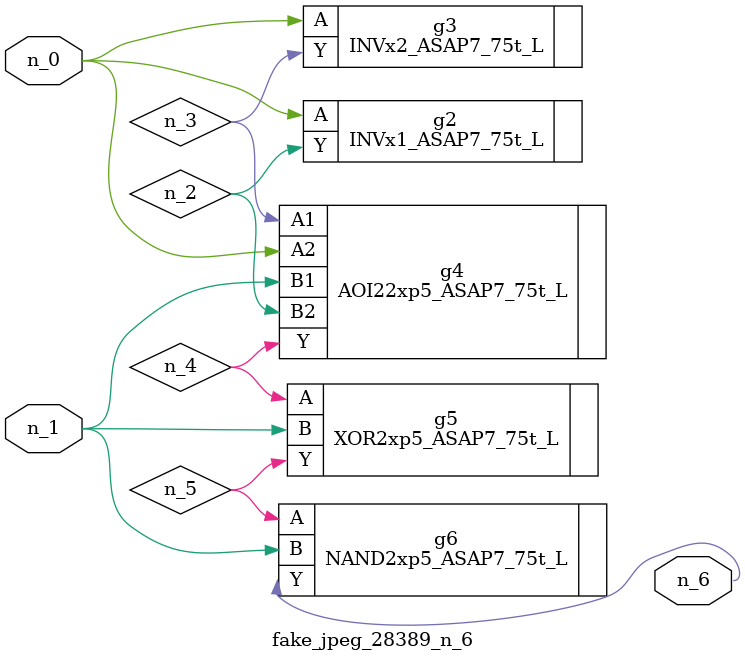
<source format=v>
module fake_jpeg_28389_n_6 (n_0, n_1, n_6);

input n_0;
input n_1;

output n_6;

wire n_2;
wire n_3;
wire n_4;
wire n_5;

INVx1_ASAP7_75t_L g2 ( 
.A(n_0),
.Y(n_2)
);

INVx2_ASAP7_75t_L g3 ( 
.A(n_0),
.Y(n_3)
);

AOI22xp5_ASAP7_75t_L g4 ( 
.A1(n_3),
.A2(n_0),
.B1(n_1),
.B2(n_2),
.Y(n_4)
);

XOR2xp5_ASAP7_75t_L g5 ( 
.A(n_4),
.B(n_1),
.Y(n_5)
);

NAND2xp5_ASAP7_75t_L g6 ( 
.A(n_5),
.B(n_1),
.Y(n_6)
);


endmodule
</source>
